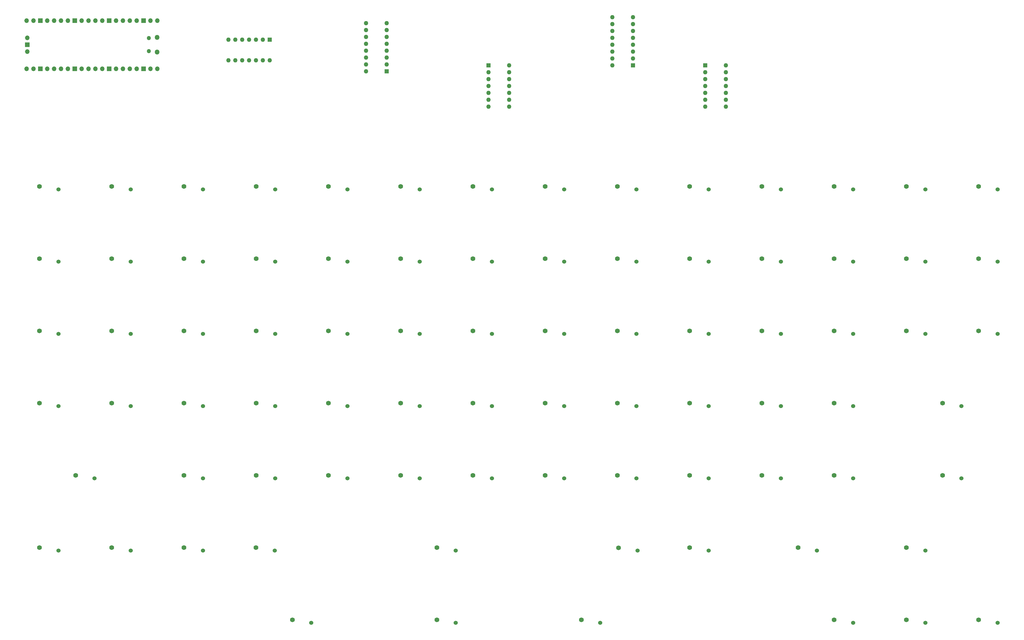
<source format=gbr>
G04 #@! TF.GenerationSoftware,KiCad,Pcbnew,(6.0.8)*
G04 #@! TF.CreationDate,2022-11-04T15:43:22-05:00*
G04 #@! TF.ProjectId,MIKey,4d494b65-792e-46b6-9963-61645f706362,rev?*
G04 #@! TF.SameCoordinates,Original*
G04 #@! TF.FileFunction,Soldermask,Bot*
G04 #@! TF.FilePolarity,Negative*
%FSLAX46Y46*%
G04 Gerber Fmt 4.6, Leading zero omitted, Abs format (unit mm)*
G04 Created by KiCad (PCBNEW (6.0.8)) date 2022-11-04 15:43:22*
%MOMM*%
%LPD*%
G01*
G04 APERTURE LIST*
%ADD10C,1.762000*%
%ADD11C,1.524000*%
%ADD12R,1.600000X1.600000*%
%ADD13O,1.600000X1.600000*%
%ADD14O,1.500000X1.500000*%
%ADD15O,1.800000X1.800000*%
%ADD16O,1.700000X1.700000*%
%ADD17R,1.700000X1.700000*%
G04 APERTURE END LIST*
D10*
G04 #@! TO.C,SEVEN1*
X262389997Y-139380000D03*
D11*
X269389997Y-140430000D03*
G04 #@! TD*
D10*
G04 #@! TO.C,FOUR1*
X182379997Y-139380000D03*
D11*
X189379997Y-140430000D03*
G04 #@! TD*
D10*
G04 #@! TO.C,F9*
X315729997Y-112710000D03*
D11*
X322729997Y-113760000D03*
G04 #@! TD*
D10*
G04 #@! TO.C,L_CTRL1*
X75699997Y-246060000D03*
D11*
X82699997Y-247110000D03*
G04 #@! TD*
D10*
G04 #@! TO.C,SEMI-COLON1*
X342399997Y-192720000D03*
D11*
X349399997Y-193770000D03*
G04 #@! TD*
D10*
G04 #@! TO.C,R_SHIFT1*
X409074997Y-219390000D03*
D11*
X416074997Y-220440000D03*
G04 #@! TD*
D10*
G04 #@! TO.C,F2*
X129039997Y-112710000D03*
D11*
X136039997Y-113760000D03*
G04 #@! TD*
D10*
G04 #@! TO.C,F12*
X395739997Y-112710000D03*
D11*
X402739997Y-113760000D03*
G04 #@! TD*
D10*
G04 #@! TO.C,COMMA/GTR_THN1*
X315729997Y-219390000D03*
D11*
X322729997Y-220440000D03*
G04 #@! TD*
D10*
G04 #@! TO.C,SIX1*
X235719997Y-139380000D03*
D11*
X242719997Y-140430000D03*
G04 #@! TD*
D10*
G04 #@! TO.C,O1*
X315729997Y-166050000D03*
D11*
X322729997Y-167100000D03*
G04 #@! TD*
D10*
G04 #@! TO.C,TWO1*
X129039997Y-139380000D03*
D11*
X136039997Y-140430000D03*
G04 #@! TD*
D10*
G04 #@! TO.C,L1*
X315729997Y-192720000D03*
D11*
X322729997Y-193770000D03*
G04 #@! TD*
D10*
G04 #@! TO.C,WINDOWS1*
X102369997Y-246060000D03*
D11*
X109369997Y-247110000D03*
G04 #@! TD*
D10*
G04 #@! TO.C,F1*
X102369997Y-112710000D03*
D11*
X109369997Y-113760000D03*
G04 #@! TD*
D10*
G04 #@! TO.C,F6*
X235719997Y-112710000D03*
D11*
X242719997Y-113760000D03*
G04 #@! TD*
D10*
G04 #@! TO.C,CAPSLOCK1*
X75699997Y-192720000D03*
D11*
X82699997Y-193770000D03*
G04 #@! TD*
D10*
G04 #@! TO.C,S1*
X129039997Y-192720000D03*
D11*
X136039997Y-193770000D03*
G04 #@! TD*
D10*
G04 #@! TO.C,F11*
X369069997Y-112710000D03*
D11*
X376069997Y-113760000D03*
G04 #@! TD*
D10*
G04 #@! TO.C,]1*
X395739997Y-166050000D03*
D11*
X402739997Y-167100000D03*
G04 #@! TD*
D10*
G04 #@! TO.C,RIGHT_ARROW1*
X422409997Y-272730000D03*
D11*
X429409997Y-273780000D03*
G04 #@! TD*
D10*
G04 #@! TO.C,K1*
X289059997Y-192720000D03*
D11*
X296059997Y-193770000D03*
G04 #@! TD*
D10*
G04 #@! TO.C,DOWN_ARROW1*
X395739997Y-272730000D03*
D11*
X402739997Y-273780000D03*
G04 #@! TD*
D10*
G04 #@! TO.C,J1*
X262389997Y-192720000D03*
D11*
X269389997Y-193770000D03*
G04 #@! TD*
D10*
G04 #@! TO.C,G1*
X209049997Y-192720000D03*
D11*
X216049997Y-193770000D03*
G04 #@! TD*
D10*
G04 #@! TO.C,H1*
X235719997Y-192720000D03*
D11*
X242719997Y-193770000D03*
G04 #@! TD*
D10*
G04 #@! TO.C,SPACE_BAR1*
X222384997Y-246060000D03*
D11*
X229384997Y-247110000D03*
G04 #@! TD*
D10*
G04 #@! TO.C,U5*
X262389997Y-166050000D03*
D11*
X269389997Y-167100000D03*
G04 #@! TD*
D10*
G04 #@! TO.C,L_SHIFT1*
X89034997Y-219390000D03*
D11*
X96034997Y-220440000D03*
G04 #@! TD*
D10*
G04 #@! TO.C,APOSTROPHE1*
X369069997Y-192720000D03*
D11*
X376069997Y-193770000D03*
G04 #@! TD*
D10*
G04 #@! TO.C,I1*
X289059997Y-166050000D03*
D11*
X296059997Y-167100000D03*
G04 #@! TD*
D10*
G04 #@! TO.C,REF\u002A\u002A*
X155599997Y-246060000D03*
D11*
X162599997Y-247110000D03*
G04 #@! TD*
D10*
G04 #@! TO.C,W1*
X129039997Y-166050000D03*
D11*
X136039997Y-167100000D03*
G04 #@! TD*
D10*
G04 #@! TO.C,B1*
X235719997Y-219390000D03*
D11*
X242719997Y-220440000D03*
G04 #@! TD*
D10*
G04 #@! TO.C,EQUALS1*
X395739997Y-139380000D03*
D11*
X402739997Y-140430000D03*
G04 #@! TD*
D10*
G04 #@! TO.C,A1*
X102369997Y-192720000D03*
D11*
X109369997Y-193770000D03*
G04 #@! TD*
D10*
G04 #@! TO.C,ZERO1*
X342399997Y-139380000D03*
D11*
X349399997Y-140430000D03*
G04 #@! TD*
D10*
G04 #@! TO.C,EIGHT1*
X289059997Y-139380000D03*
D11*
X296059997Y-140430000D03*
G04 #@! TD*
D10*
G04 #@! TO.C,F13*
X182379997Y-192720000D03*
D11*
X189379997Y-193770000D03*
G04 #@! TD*
D10*
G04 #@! TO.C,TAB1*
X75699997Y-166050000D03*
D11*
X82699997Y-167100000D03*
G04 #@! TD*
D10*
G04 #@! TO.C,MACRO_1*
X169044997Y-272730000D03*
D11*
X176044997Y-273780000D03*
G04 #@! TD*
D10*
G04 #@! TO.C,PERIOD/LSS_THN1*
X342399997Y-219390000D03*
D11*
X349399997Y-220440000D03*
G04 #@! TD*
D10*
G04 #@! TO.C,X1*
X155709997Y-219390000D03*
D11*
X162709997Y-220440000D03*
G04 #@! TD*
D10*
G04 #@! TO.C,C1*
X182379997Y-219390000D03*
D11*
X189379997Y-220440000D03*
G04 #@! TD*
D10*
G04 #@! TO.C,Y1*
X235719997Y-166050000D03*
D11*
X242719997Y-167100000D03*
G04 #@! TD*
D10*
G04 #@! TO.C,F8*
X289059997Y-112710000D03*
D11*
X296059997Y-113760000D03*
G04 #@! TD*
D10*
G04 #@! TO.C,D1*
X155709997Y-192720000D03*
D11*
X162709997Y-193770000D03*
G04 #@! TD*
D10*
G04 #@! TO.C,MACRO_3*
X275724997Y-272730000D03*
D11*
X282724997Y-273780000D03*
G04 #@! TD*
D10*
G04 #@! TO.C,BACKSPACE1*
X422409997Y-139380000D03*
D11*
X429409997Y-140430000D03*
G04 #@! TD*
D10*
G04 #@! TO.C,T1*
X209049997Y-166050000D03*
D11*
X216049997Y-167100000D03*
G04 #@! TD*
D10*
G04 #@! TO.C,MINUS1*
X369069997Y-139380000D03*
D11*
X376069997Y-140430000D03*
G04 #@! TD*
D10*
G04 #@! TO.C,/1*
X369069997Y-219390000D03*
D11*
X376069997Y-220440000D03*
G04 #@! TD*
D10*
G04 #@! TO.C,M1*
X289059997Y-219390000D03*
D11*
X296059997Y-220440000D03*
G04 #@! TD*
D10*
G04 #@! TO.C,UP_ARROW1*
X395739997Y-246060000D03*
D11*
X402739997Y-247110000D03*
G04 #@! TD*
D10*
G04 #@! TO.C,F7*
X262389997Y-112710000D03*
D11*
X269389997Y-113760000D03*
G04 #@! TD*
D10*
G04 #@! TO.C,Z1*
X129039997Y-219390000D03*
D11*
X136039997Y-220440000D03*
G04 #@! TD*
D10*
G04 #@! TO.C,MACRO_2*
X222384997Y-272730000D03*
D11*
X229384997Y-273780000D03*
G04 #@! TD*
D10*
G04 #@! TO.C,F4*
X182379997Y-112710000D03*
D11*
X189379997Y-113760000D03*
G04 #@! TD*
D10*
G04 #@! TO.C,Q1*
X102369997Y-166050000D03*
D11*
X109369997Y-167100000D03*
G04 #@! TD*
D10*
G04 #@! TO.C,BACK_TICK/TILDE1*
X75699997Y-139380000D03*
D11*
X82699997Y-140430000D03*
G04 #@! TD*
D10*
G04 #@! TO.C,NINE1*
X315729997Y-139380000D03*
D11*
X322729997Y-140430000D03*
G04 #@! TD*
D10*
G04 #@! TO.C,N1*
X262389997Y-219390000D03*
D11*
X269389997Y-220440000D03*
G04 #@! TD*
D10*
G04 #@! TO.C,THREE1*
X155709997Y-139380000D03*
D11*
X162709997Y-140430000D03*
G04 #@! TD*
D10*
G04 #@! TO.C,ENTER1*
X409074997Y-192720000D03*
D11*
X416074997Y-193770000D03*
G04 #@! TD*
D10*
G04 #@! TO.C,R2*
X182379997Y-166050000D03*
D11*
X189379997Y-167100000D03*
G04 #@! TD*
D10*
G04 #@! TO.C,ONE1*
X102369997Y-139380000D03*
D11*
X109369997Y-140430000D03*
G04 #@! TD*
D10*
G04 #@! TO.C,R_ALT1*
X315729997Y-246060000D03*
D11*
X322729997Y-247110000D03*
G04 #@! TD*
D10*
G04 #@! TO.C,V1*
X209049997Y-219390000D03*
D11*
X216049997Y-220440000D03*
G04 #@! TD*
D10*
G04 #@! TO.C,E1*
X155709997Y-166050000D03*
D11*
X162709997Y-167100000D03*
G04 #@! TD*
D10*
G04 #@! TO.C,R_CTRL1*
X355734997Y-246060000D03*
D11*
X362734997Y-247110000D03*
G04 #@! TD*
D10*
G04 #@! TO.C,F3*
X155709997Y-112710000D03*
D11*
X162709997Y-113760000D03*
G04 #@! TD*
D10*
G04 #@! TO.C,[1*
X369069997Y-166050000D03*
D11*
X376069997Y-167100000D03*
G04 #@! TD*
D10*
G04 #@! TO.C,DEL1*
X422409997Y-112710000D03*
D11*
X429409997Y-113760000D03*
G04 #@! TD*
D10*
G04 #@! TO.C,\u005C1*
X422409997Y-166050000D03*
D11*
X429409997Y-167100000D03*
G04 #@! TD*
D10*
G04 #@! TO.C,L_ALT1*
X129039997Y-246060000D03*
D11*
X136039997Y-247110000D03*
G04 #@! TD*
D10*
G04 #@! TO.C,P1*
X342399997Y-166050000D03*
D11*
X349399997Y-167100000D03*
G04 #@! TD*
D10*
G04 #@! TO.C,F10*
X342399997Y-112710000D03*
D11*
X349399997Y-113760000D03*
G04 #@! TD*
D10*
G04 #@! TO.C,ESC1*
X75699997Y-112710000D03*
D11*
X82699997Y-113760000D03*
G04 #@! TD*
D10*
G04 #@! TO.C,F5*
X209049997Y-112710000D03*
D11*
X216049997Y-113760000D03*
G04 #@! TD*
D10*
G04 #@! TO.C,REF\u002A\u002A*
X289499997Y-246130000D03*
D11*
X296499997Y-247180000D03*
G04 #@! TD*
D10*
G04 #@! TO.C,LEFT_ARROW1*
X369069997Y-272730000D03*
D11*
X376069997Y-273780000D03*
G04 #@! TD*
D10*
G04 #@! TO.C,FIVE1*
X209049997Y-139380000D03*
D11*
X216049997Y-140430000D03*
G04 #@! TD*
D12*
G04 #@! TO.C,U3*
X321469997Y-68020000D03*
D13*
X321469997Y-70560000D03*
X321469997Y-73100000D03*
X321469997Y-75640000D03*
X321469997Y-78180000D03*
X321469997Y-80720000D03*
X321469997Y-83260000D03*
X329089997Y-83260000D03*
X329089997Y-80720000D03*
X329089997Y-78180000D03*
X329089997Y-75640000D03*
X329089997Y-73100000D03*
X329089997Y-70560000D03*
X329089997Y-68020000D03*
G04 #@! TD*
D14*
G04 #@! TO.C,U4*
X116079997Y-62775000D03*
X116079997Y-57925000D03*
D15*
X119109997Y-63075000D03*
X119109997Y-57625000D03*
D16*
X119239997Y-51460000D03*
X116699997Y-51460000D03*
D17*
X114159997Y-51460000D03*
D16*
X111619997Y-51460000D03*
X109079997Y-51460000D03*
X106539997Y-51460000D03*
X103999997Y-51460000D03*
D17*
X101459997Y-51460000D03*
D16*
X98919997Y-51460000D03*
X96379997Y-51460000D03*
X93839997Y-51460000D03*
X91299997Y-51460000D03*
D17*
X88759997Y-51460000D03*
D16*
X86219997Y-51460000D03*
X83679997Y-51460000D03*
X81139997Y-51460000D03*
X78599997Y-51460000D03*
D17*
X76059997Y-51460000D03*
D16*
X73519997Y-51460000D03*
X70979997Y-51460000D03*
X70979997Y-69240000D03*
X73519997Y-69240000D03*
D17*
X76059997Y-69240000D03*
D16*
X78599997Y-69240000D03*
X81139997Y-69240000D03*
X83679997Y-69240000D03*
X86219997Y-69240000D03*
D17*
X88759997Y-69240000D03*
D16*
X91299997Y-69240000D03*
X93839997Y-69240000D03*
X96379997Y-69240000D03*
X98919997Y-69240000D03*
D17*
X101459997Y-69240000D03*
D16*
X103999997Y-69240000D03*
X106539997Y-69240000D03*
X109079997Y-69240000D03*
X111619997Y-69240000D03*
D17*
X114159997Y-69240000D03*
D16*
X116699997Y-69240000D03*
X119239997Y-69240000D03*
X71209997Y-57810000D03*
D17*
X71209997Y-60350000D03*
D16*
X71209997Y-62890000D03*
G04 #@! TD*
D12*
G04 #@! TO.C,DECODER1*
X203909997Y-70225000D03*
D13*
X203909997Y-67685000D03*
X203909997Y-65145000D03*
X203909997Y-62605000D03*
X203909997Y-60065000D03*
X203909997Y-57525000D03*
X203909997Y-54985000D03*
X203909997Y-52445000D03*
X196289997Y-52445000D03*
X196289997Y-54985000D03*
X196289997Y-57525000D03*
X196289997Y-60065000D03*
X196289997Y-62605000D03*
X196289997Y-65145000D03*
X196289997Y-67685000D03*
X196289997Y-70225000D03*
G04 #@! TD*
D12*
G04 #@! TO.C,U1*
X160734997Y-58550000D03*
D13*
X158194997Y-58550000D03*
X155654997Y-58550000D03*
X153114997Y-58550000D03*
X150574997Y-58550000D03*
X148034997Y-58550000D03*
X145494997Y-58550000D03*
X145494997Y-66170000D03*
X148034997Y-66170000D03*
X150574997Y-66170000D03*
X153114997Y-66170000D03*
X155654997Y-66170000D03*
X158194997Y-66170000D03*
X160734997Y-66170000D03*
G04 #@! TD*
D12*
G04 #@! TO.C,U2*
X241459997Y-68020000D03*
D13*
X241459997Y-70560000D03*
X241459997Y-73100000D03*
X241459997Y-75640000D03*
X241459997Y-78180000D03*
X241459997Y-80720000D03*
X241459997Y-83260000D03*
X249079997Y-83260000D03*
X249079997Y-80720000D03*
X249079997Y-78180000D03*
X249079997Y-75640000D03*
X249079997Y-73100000D03*
X249079997Y-70560000D03*
X249079997Y-68020000D03*
G04 #@! TD*
D12*
G04 #@! TO.C,DECODER2*
X294799997Y-68020000D03*
D13*
X294799997Y-65480000D03*
X294799997Y-62940000D03*
X294799997Y-60400000D03*
X294799997Y-57860000D03*
X294799997Y-55320000D03*
X294799997Y-52780000D03*
X294799997Y-50240000D03*
X287179997Y-50240000D03*
X287179997Y-52780000D03*
X287179997Y-55320000D03*
X287179997Y-57860000D03*
X287179997Y-60400000D03*
X287179997Y-62940000D03*
X287179997Y-65480000D03*
X287179997Y-68020000D03*
G04 #@! TD*
M02*

</source>
